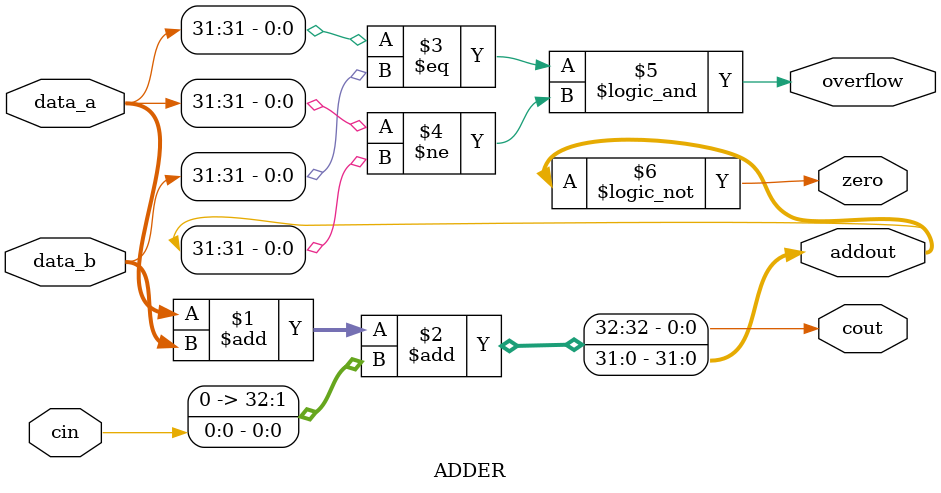
<source format=sv>
/*
 * @Author: Juqi Li @ NJU 
 * @Date: 2024-01-13 20:12:55 
 * @Last Modified by: Juqi Li @ NJU
 * @Last Modified time: 2024-01-14 16:40:23
 */

// naive way of building an adder

module ADDER #(parameter data_width = 6'd32) (
    input                      cin,      // carry input
    input  [data_width-1 : 0]  data_a,   // input signal A
    input  [data_width-1 : 0]  data_b,   // input signal B
    output                     cout,     // carry signal
    output                     zero,     // zero signal
    output                     overflow, // overflow sinal
    output [data_width-1 : 0]  addout    // output of the result
);

    assign {cout,addout} = data_a + data_b + {{31{1'b0}}, cin};
    assign overflow = (data_a[data_width-1] == data_b[data_width-1]) && (data_a[data_width-1] != addout[data_width-1]);
    assign zero = (addout == 32'b0);

endmodule



</source>
